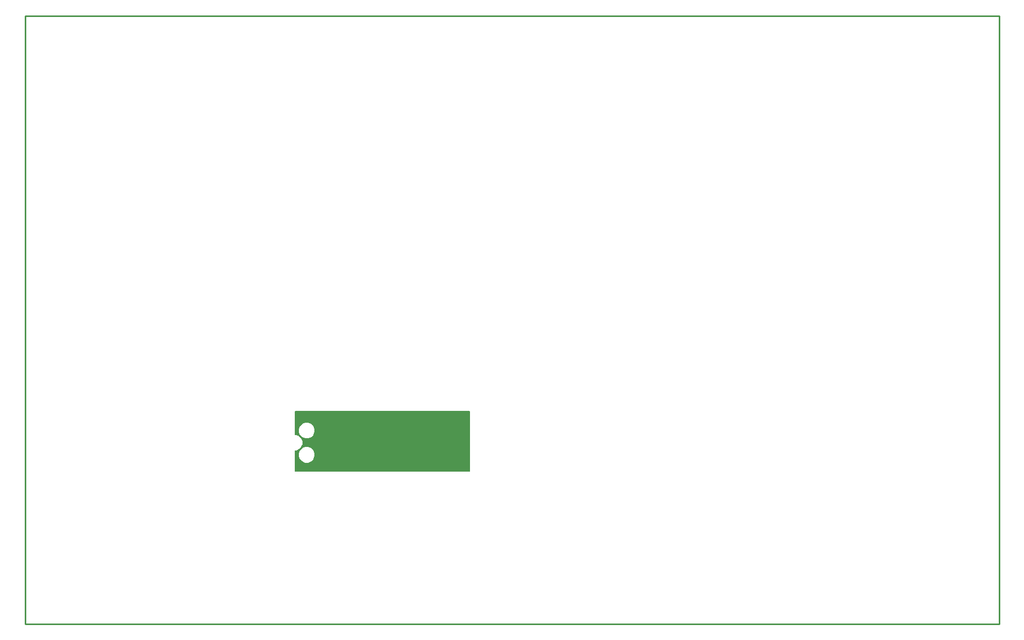
<source format=gbr>
G04 EAGLE Gerber RS-274X export*
G75*
%MOMM*%
%FSLAX34Y34*%
%LPD*%
%INBottom Copper*%
%IPPOS*%
%AMOC8*
5,1,8,0,0,1.08239X$1,22.5*%
G01*
G04 Define Apertures*
%ADD10C,0.254000*%
G36*
X730335Y250260D02*
X730038Y250200D01*
X443762Y250200D01*
X443487Y250251D01*
X443232Y250415D01*
X443060Y250665D01*
X443000Y250962D01*
X443000Y284719D01*
X443051Y284993D01*
X443215Y285249D01*
X443465Y285420D01*
X443762Y285481D01*
X445167Y285481D01*
X449820Y287408D01*
X453381Y290969D01*
X455309Y295622D01*
X455309Y300659D01*
X453381Y305312D01*
X449820Y308873D01*
X445167Y310801D01*
X443762Y310801D01*
X443487Y310852D01*
X443232Y311015D01*
X443060Y311265D01*
X443000Y311563D01*
X443000Y349438D01*
X443051Y349713D01*
X443215Y349968D01*
X443465Y350140D01*
X443762Y350200D01*
X730038Y350200D01*
X730313Y350149D01*
X730568Y349985D01*
X730740Y349735D01*
X730800Y349438D01*
X730800Y250962D01*
X730749Y250687D01*
X730585Y250432D01*
X730335Y250260D01*
G37*
%LPC*%
G36*
X460032Y305190D02*
X465168Y305190D01*
X469913Y307155D01*
X473545Y310787D01*
X475510Y315532D01*
X475510Y320668D01*
X473545Y325413D01*
X469913Y329045D01*
X465168Y331010D01*
X460032Y331010D01*
X455287Y329045D01*
X451655Y325413D01*
X449690Y320668D01*
X449690Y315532D01*
X451655Y310787D01*
X455287Y307155D01*
X460032Y305190D01*
G37*
G36*
X460032Y265200D02*
X465168Y265200D01*
X469913Y267165D01*
X473545Y270797D01*
X475510Y275542D01*
X475510Y280678D01*
X473545Y285423D01*
X469913Y289055D01*
X465168Y291020D01*
X460032Y291020D01*
X455287Y289055D01*
X451655Y285423D01*
X449690Y280678D01*
X449690Y275542D01*
X451655Y270797D01*
X455287Y267165D01*
X460032Y265200D01*
G37*
%LPD*%
D10*
X0Y0D02*
X1600000Y0D01*
X1600000Y1000000D01*
X0Y1000000D01*
X0Y0D01*
M02*

</source>
